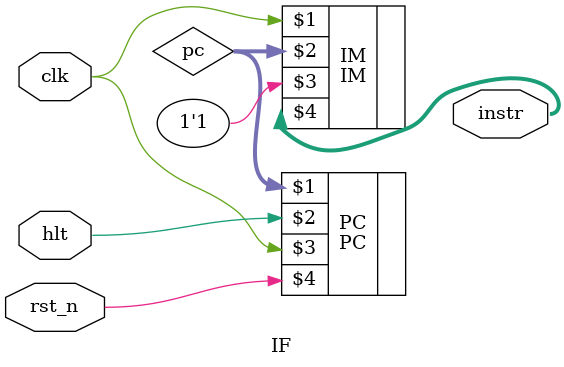
<source format=v>

module IF(instr, hlt, clk, rst_n);
  input hlt, clk, rst_n;
  output [15:0] instr;
  
  wire [15:0] pc;

  PC PC(pc, hlt, clk, rst_n);

  IM IM(clk, pc, 1'b1, instr);

  
  
endmodule

</source>
